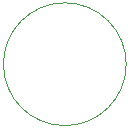
<source format=gbr>
G04 #@! TF.GenerationSoftware,KiCad,Pcbnew,(5.1.2)-2*
G04 #@! TF.CreationDate,2019-08-20T12:10:41-04:00*
G04 #@! TF.ProjectId,ActiveElectrodes2,41637469-7665-4456-9c65-6374726f6465,rev?*
G04 #@! TF.SameCoordinates,Original*
G04 #@! TF.FileFunction,Profile,NP*
%FSLAX46Y46*%
G04 Gerber Fmt 4.6, Leading zero omitted, Abs format (unit mm)*
G04 Created by KiCad (PCBNEW (5.1.2)-2) date 2019-08-20 12:10:41*
%MOMM*%
%LPD*%
G04 APERTURE LIST*
%ADD10C,0.050000*%
G04 APERTURE END LIST*
D10*
X54845868Y-29520000D02*
G75*
G03X54845868Y-29520000I-5200000J0D01*
G01*
M02*

</source>
